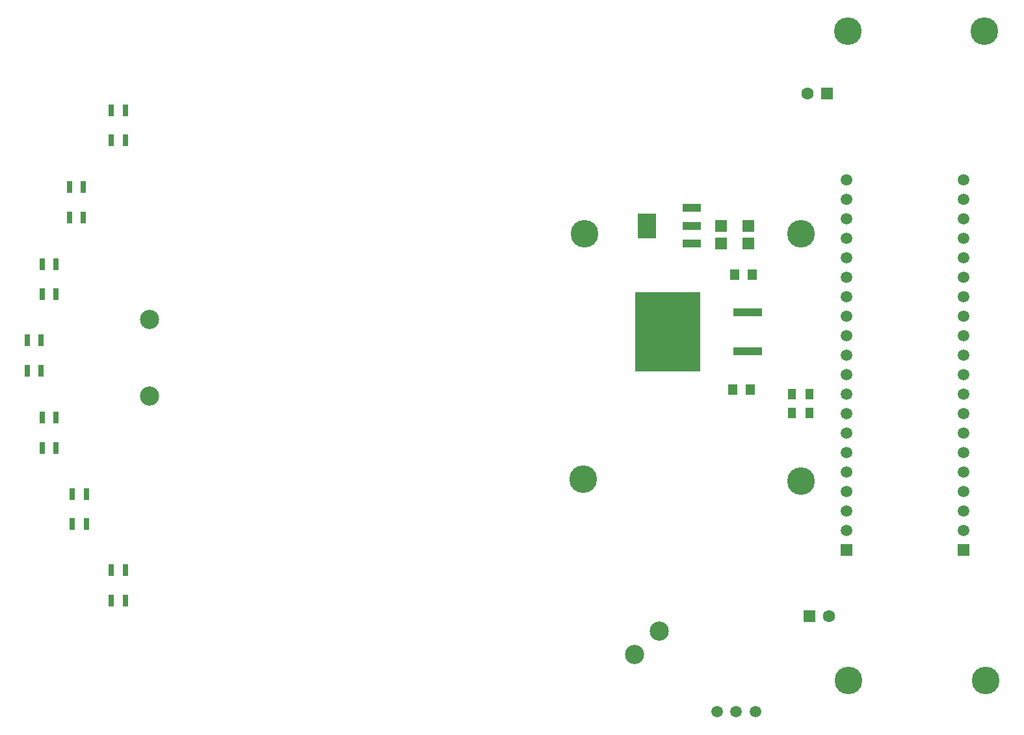
<source format=gbr>
G04*
G04 #@! TF.GenerationSoftware,Altium Limited,Altium Designer,25.5.2 (35)*
G04*
G04 Layer_Color=255*
%FSLAX25Y25*%
%MOIN*%
G70*
G04*
G04 #@! TF.SameCoordinates,3A6C04F0-8456-4D88-A865-9B6E00D0E649*
G04*
G04*
G04 #@! TF.FilePolarity,Positive*
G04*
G01*
G75*
%ADD23R,0.03937X0.05500*%
%ADD50C,0.14173*%
%ADD51C,0.01575*%
%ADD52C,0.09843*%
%ADD53C,0.01968*%
%ADD54R,0.05984X0.05984*%
%ADD55C,0.05984*%
%ADD56C,0.05937*%
%ADD57R,0.06299X0.06299*%
%ADD58C,0.06299*%
%ADD60R,0.02717X0.06181*%
%ADD61R,0.09449X0.03937*%
%ADD62R,0.06000X0.06000*%
%ADD63R,0.05000X0.05500*%
%ADD64R,0.33701X0.40827*%
%ADD65R,0.14724X0.04016*%
%ADD66R,0.09449X0.12992*%
D23*
X404500Y167500D02*
D03*
X413500D02*
D03*
X413500Y177000D02*
D03*
X404500D02*
D03*
D50*
X503709Y30000D02*
D03*
X433417D02*
D03*
X432882Y363500D02*
D03*
X503173D02*
D03*
X409000Y132500D02*
D03*
X297500Y133500D02*
D03*
X409000Y259500D02*
D03*
X298000D02*
D03*
D51*
X503500Y36000D02*
D03*
X507500Y34500D02*
D03*
X499500Y34000D02*
D03*
X509520Y30000D02*
D03*
X504000Y24500D02*
D03*
X499500Y26000D02*
D03*
X507500D02*
D03*
X498000Y30000D02*
D03*
X433209Y36000D02*
D03*
X437209Y34500D02*
D03*
X429209Y34000D02*
D03*
X439228Y30000D02*
D03*
X433709Y24500D02*
D03*
X429209Y26000D02*
D03*
X437209D02*
D03*
X427709Y30000D02*
D03*
X433091Y357500D02*
D03*
X429091Y359000D02*
D03*
X437091Y359500D02*
D03*
X427071Y363500D02*
D03*
X432591Y369000D02*
D03*
X437091Y367500D02*
D03*
X429091D02*
D03*
X438591Y363500D02*
D03*
X503382Y357500D02*
D03*
X499382Y359000D02*
D03*
X507382Y359500D02*
D03*
X497362Y363500D02*
D03*
X502882Y369000D02*
D03*
X507382Y367500D02*
D03*
X499382D02*
D03*
X508882Y363500D02*
D03*
D52*
X336500Y55500D02*
D03*
X323762Y43322D02*
D03*
X75000Y215370D02*
D03*
Y176000D02*
D03*
D53*
X409000Y265500D02*
D03*
X415000Y259500D02*
D03*
X409000Y253500D02*
D03*
X413500Y263500D02*
D03*
Y255500D02*
D03*
X404500D02*
D03*
X403000Y259500D02*
D03*
X404500Y263500D02*
D03*
X409000Y138500D02*
D03*
X413500Y136500D02*
D03*
X304000Y259500D02*
D03*
X298000Y253500D02*
D03*
X302500Y263500D02*
D03*
X292000Y259500D02*
D03*
X293500Y263500D02*
D03*
X302500Y255500D02*
D03*
X293500D02*
D03*
X298000Y265500D02*
D03*
X303500Y133500D02*
D03*
X297500Y127500D02*
D03*
X302000Y137500D02*
D03*
X291500Y133500D02*
D03*
X293000Y137500D02*
D03*
X302000Y129500D02*
D03*
X293000D02*
D03*
X297500Y139500D02*
D03*
X415000Y132500D02*
D03*
X409000Y126500D02*
D03*
X403000Y132500D02*
D03*
X404500Y136500D02*
D03*
X413500Y128500D02*
D03*
X404500D02*
D03*
D54*
X492500Y97000D02*
D03*
X432500D02*
D03*
D55*
X492500Y107000D02*
D03*
Y117000D02*
D03*
Y127000D02*
D03*
Y137000D02*
D03*
Y147000D02*
D03*
Y157000D02*
D03*
Y167000D02*
D03*
Y177000D02*
D03*
Y187000D02*
D03*
Y197000D02*
D03*
Y207000D02*
D03*
Y217000D02*
D03*
Y227000D02*
D03*
Y237000D02*
D03*
Y247000D02*
D03*
Y257000D02*
D03*
Y267000D02*
D03*
Y277000D02*
D03*
Y287000D02*
D03*
X432500Y107000D02*
D03*
Y117000D02*
D03*
Y127000D02*
D03*
Y137000D02*
D03*
Y147000D02*
D03*
Y157000D02*
D03*
Y167000D02*
D03*
Y177000D02*
D03*
Y217000D02*
D03*
Y227000D02*
D03*
Y257000D02*
D03*
Y267000D02*
D03*
Y277000D02*
D03*
Y287000D02*
D03*
Y207000D02*
D03*
Y247000D02*
D03*
Y187000D02*
D03*
Y197000D02*
D03*
Y237000D02*
D03*
D56*
X375843Y14000D02*
D03*
X366000D02*
D03*
X385685D02*
D03*
D57*
X413386Y63000D02*
D03*
X422500Y331500D02*
D03*
D58*
X423386Y63000D02*
D03*
X412500Y331500D02*
D03*
D60*
X62587Y86551D02*
D03*
X55500Y71000D02*
D03*
Y86551D02*
D03*
X62587Y71000D02*
D03*
X42543Y125776D02*
D03*
X27000Y165051D02*
D03*
X41043Y267724D02*
D03*
X33957D02*
D03*
X41043Y283276D02*
D03*
X33957D02*
D03*
X42543Y110224D02*
D03*
X27000Y149500D02*
D03*
X62543Y307224D02*
D03*
X19291Y189075D02*
D03*
X27043Y228224D02*
D03*
X55457Y322776D02*
D03*
X12205Y204626D02*
D03*
X19957Y243776D02*
D03*
X35457Y125776D02*
D03*
X19913Y165051D02*
D03*
X12205Y189075D02*
D03*
X19291Y204626D02*
D03*
X35457Y110224D02*
D03*
X19913Y149500D02*
D03*
X19957Y228224D02*
D03*
X27043Y243776D02*
D03*
X55457Y307224D02*
D03*
X62543Y322776D02*
D03*
D61*
X352917Y272555D02*
D03*
Y263500D02*
D03*
Y254445D02*
D03*
D62*
X382000Y263500D02*
D03*
Y254500D02*
D03*
X368000Y263500D02*
D03*
Y254500D02*
D03*
D63*
X374000Y179500D02*
D03*
X375000Y238500D02*
D03*
X384000D02*
D03*
X383000Y179500D02*
D03*
D64*
X340752Y209000D02*
D03*
D65*
X381736Y219000D02*
D03*
Y199000D02*
D03*
D66*
X330083Y263500D02*
D03*
M02*

</source>
